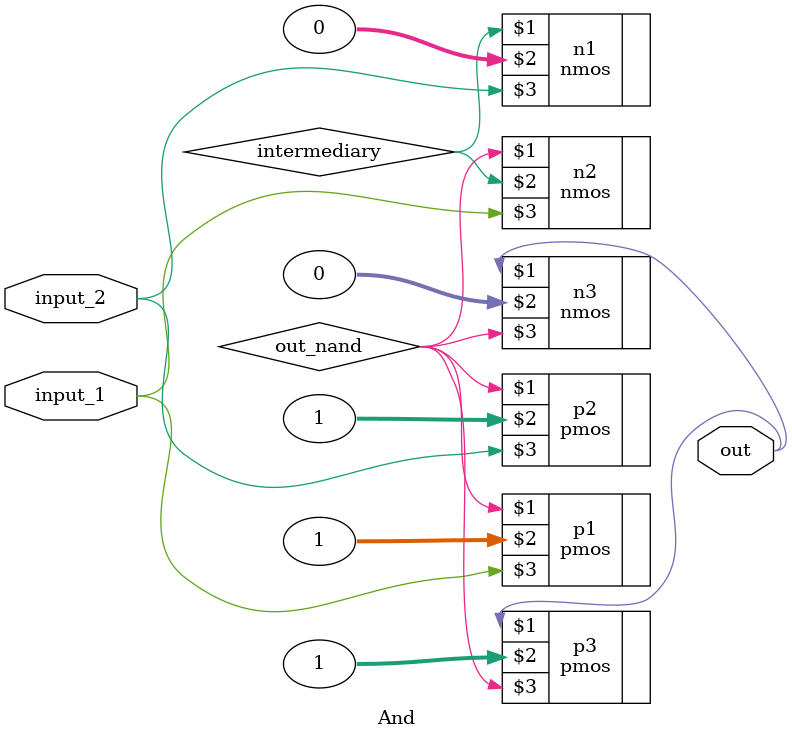
<source format=v>
module And(input_1, input_2, out);
	input input_1;
	input input_2;
	output out;

	wire input_1;
	wire input_2;
	wire out;

	wire intermediary;
	wire out_nand;
	
	nmos n1(intermediary, 0, input_2);
	nmos n2(out_nand, intermediary, input_1);

	pmos p1(out_nand, 1, input_1);
	pmos p2(out_nand, 1, input_2);

	nmos n3(out, 0, out_nand);
	pmos p3(out, 1, out_nand);
endmodule

</source>
